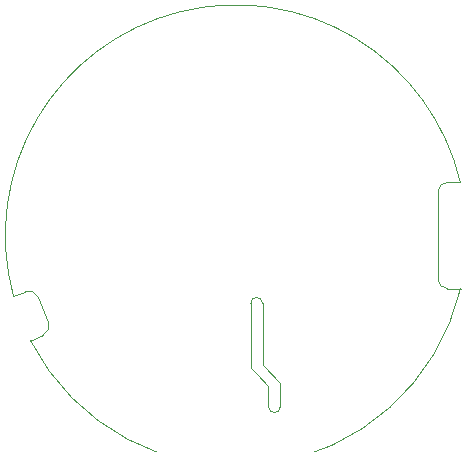
<source format=gbr>
%TF.GenerationSoftware,KiCad,Pcbnew,5.1.12-84ad8e8a86~92~ubuntu20.04.1*%
%TF.CreationDate,2022-08-08T17:47:05+02:00*%
%TF.ProjectId,saba-fernbedienung-anschlussstecker,73616261-2d66-4657-926e-62656469656e,1*%
%TF.SameCoordinates,Original*%
%TF.FileFunction,Profile,NP*%
%FSLAX46Y46*%
G04 Gerber Fmt 4.6, Leading zero omitted, Abs format (unit mm)*
G04 Created by KiCad (PCBNEW 5.1.12-84ad8e8a86~92~ubuntu20.04.1) date 2022-08-08 17:47:05*
%MOMM*%
%LPD*%
G01*
G04 APERTURE LIST*
%TA.AperFunction,Profile*%
%ADD10C,0.050000*%
%TD*%
G04 APERTURE END LIST*
D10*
X133750000Y-92500000D02*
X133750000Y-94500000D01*
X132250000Y-91000000D02*
X133750000Y-92500000D01*
X132250000Y-85750000D02*
X132250000Y-91000000D01*
X131250000Y-86000000D02*
X131250000Y-85750000D01*
X131250000Y-91250000D02*
X131250000Y-86000000D01*
X131750000Y-91750000D02*
X131250000Y-91250000D01*
X132750000Y-92750000D02*
X131750000Y-91750000D01*
X132750000Y-94500000D02*
X132750000Y-92750000D01*
X133750000Y-94500000D02*
G75*
G02*
X132750000Y-94500000I-500000J0D01*
G01*
X131250000Y-85750000D02*
G75*
G02*
X132250000Y-85750000I500000J0D01*
G01*
X148999998Y-75500002D02*
X147900000Y-75500000D01*
X113700000Y-88400000D02*
X112600001Y-88899999D01*
X112174611Y-84769148D02*
X111148644Y-85086873D01*
X147900000Y-84500000D02*
X149019137Y-84499151D01*
X149019137Y-84499151D02*
G75*
G02*
X112600001Y-88899999I-19019137J4499151D01*
G01*
X111148644Y-85086873D02*
G75*
G02*
X148999998Y-75500002I18851356J5086873D01*
G01*
X113230852Y-85174611D02*
X114123831Y-87351001D01*
X147100000Y-83700000D02*
X147100000Y-76300000D01*
X112174611Y-84769148D02*
G75*
G02*
X113230852Y-85174611I325389J-730852D01*
G01*
X114123831Y-87351001D02*
G75*
G02*
X113700000Y-88400000I-736415J-312584D01*
G01*
X147900000Y-84500000D02*
G75*
G02*
X147100000Y-83700000I0J800000D01*
G01*
X147100000Y-76300000D02*
G75*
G02*
X147900000Y-75500000I800000J0D01*
G01*
M02*

</source>
